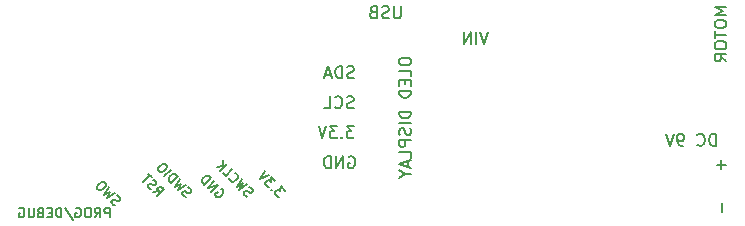
<source format=gbo>
%TF.GenerationSoftware,KiCad,Pcbnew,(5.1.9)-1*%
%TF.CreationDate,2021-05-22T10:51:53+02:00*%
%TF.ProjectId,SPD_DC_MotorHBridge,5350445f-4443-45f4-9d6f-746f72484272,rev?*%
%TF.SameCoordinates,Original*%
%TF.FileFunction,Legend,Bot*%
%TF.FilePolarity,Positive*%
%FSLAX46Y46*%
G04 Gerber Fmt 4.6, Leading zero omitted, Abs format (unit mm)*
G04 Created by KiCad (PCBNEW (5.1.9)-1) date 2021-05-22 10:51:53*
%MOMM*%
%LPD*%
G01*
G04 APERTURE LIST*
%ADD10C,0.150000*%
%ADD11C,2.318000*%
%ADD12O,1.718000X1.718000*%
%ADD13C,1.718000*%
%ADD14C,1.768000*%
%ADD15O,1.018000X1.718000*%
%ADD16C,1.618000*%
%ADD17C,2.018000*%
G04 APERTURE END LIST*
D10*
X17367016Y-18078952D02*
X17259267Y-18025077D01*
X17124580Y-17890390D01*
X17097642Y-17809578D01*
X17097642Y-17755703D01*
X17124580Y-17674891D01*
X17178454Y-17621016D01*
X17259267Y-17594079D01*
X17313141Y-17594079D01*
X17393954Y-17621016D01*
X17528641Y-17701828D01*
X17609453Y-17728766D01*
X17663328Y-17728766D01*
X17744140Y-17701828D01*
X17798015Y-17647954D01*
X17824952Y-17567141D01*
X17824952Y-17513267D01*
X17798015Y-17432454D01*
X17663328Y-17297767D01*
X17555578Y-17243893D01*
X17393954Y-17028393D02*
X16693581Y-17459392D01*
X16989893Y-16947581D01*
X16478082Y-17243893D01*
X16909080Y-16543520D01*
X16585832Y-16220271D02*
X16478082Y-16112522D01*
X16397270Y-16085584D01*
X16289520Y-16085584D01*
X16154833Y-16166397D01*
X15966271Y-16354958D01*
X15885459Y-16489645D01*
X15885459Y-16597395D01*
X15912397Y-16678207D01*
X16020146Y-16785957D01*
X16100958Y-16812894D01*
X16208708Y-16812894D01*
X16343395Y-16732082D01*
X16531957Y-16543520D01*
X16612769Y-16408833D01*
X16612769Y-16301084D01*
X16585832Y-16220271D01*
X48974238Y-3389380D02*
X48640904Y-4389380D01*
X48307571Y-3389380D01*
X47974238Y-4389380D02*
X47974238Y-3389380D01*
X47498047Y-4389380D02*
X47498047Y-3389380D01*
X46926619Y-4389380D01*
X46926619Y-3389380D01*
X41584404Y-1230380D02*
X41584404Y-2039904D01*
X41536785Y-2135142D01*
X41489166Y-2182761D01*
X41393928Y-2230380D01*
X41203452Y-2230380D01*
X41108214Y-2182761D01*
X41060595Y-2135142D01*
X41012976Y-2039904D01*
X41012976Y-1230380D01*
X40584404Y-2182761D02*
X40441547Y-2230380D01*
X40203452Y-2230380D01*
X40108214Y-2182761D01*
X40060595Y-2135142D01*
X40012976Y-2039904D01*
X40012976Y-1944666D01*
X40060595Y-1849428D01*
X40108214Y-1801809D01*
X40203452Y-1754190D01*
X40393928Y-1706571D01*
X40489166Y-1658952D01*
X40536785Y-1611333D01*
X40584404Y-1516095D01*
X40584404Y-1420857D01*
X40536785Y-1325619D01*
X40489166Y-1278000D01*
X40393928Y-1230380D01*
X40155833Y-1230380D01*
X40012976Y-1278000D01*
X39251071Y-1706571D02*
X39108214Y-1754190D01*
X39060595Y-1801809D01*
X39012976Y-1897047D01*
X39012976Y-2039904D01*
X39060595Y-2135142D01*
X39108214Y-2182761D01*
X39203452Y-2230380D01*
X39584404Y-2230380D01*
X39584404Y-1230380D01*
X39251071Y-1230380D01*
X39155833Y-1278000D01*
X39108214Y-1325619D01*
X39060595Y-1420857D01*
X39060595Y-1516095D01*
X39108214Y-1611333D01*
X39155833Y-1658952D01*
X39251071Y-1706571D01*
X39584404Y-1706571D01*
X31777239Y-16832079D02*
X31427053Y-16481893D01*
X31400115Y-16885954D01*
X31319303Y-16805141D01*
X31238491Y-16778204D01*
X31184616Y-16778204D01*
X31103804Y-16805141D01*
X30969117Y-16939828D01*
X30942180Y-17020641D01*
X30942180Y-17074515D01*
X30969117Y-17155328D01*
X31130741Y-17316952D01*
X31211554Y-17343889D01*
X31265428Y-17343889D01*
X30672806Y-16751267D02*
X30618931Y-16751267D01*
X30618931Y-16805141D01*
X30672806Y-16805141D01*
X30672806Y-16751267D01*
X30618931Y-16805141D01*
X30969117Y-16023957D02*
X30618931Y-15673771D01*
X30591993Y-16077832D01*
X30511181Y-15997019D01*
X30430369Y-15970082D01*
X30376494Y-15970082D01*
X30295682Y-15997019D01*
X30160995Y-16131706D01*
X30134058Y-16212519D01*
X30134058Y-16266393D01*
X30160995Y-16347206D01*
X30322619Y-16508830D01*
X30403432Y-16535767D01*
X30457306Y-16535767D01*
X30457306Y-15512146D02*
X29703059Y-15889270D01*
X30080183Y-15135023D01*
X20627874Y-16974085D02*
X21085810Y-16893273D01*
X20951123Y-17297334D02*
X21516809Y-16731648D01*
X21301309Y-16516149D01*
X21220497Y-16489212D01*
X21166622Y-16489212D01*
X21085810Y-16516149D01*
X21004998Y-16596961D01*
X20978061Y-16677774D01*
X20978061Y-16731648D01*
X21004998Y-16812461D01*
X21220497Y-17027960D01*
X20439312Y-16731648D02*
X20331563Y-16677774D01*
X20196876Y-16543087D01*
X20169938Y-16462274D01*
X20169938Y-16408399D01*
X20196876Y-16327587D01*
X20250751Y-16273712D01*
X20331563Y-16246775D01*
X20385438Y-16246775D01*
X20466250Y-16273712D01*
X20600937Y-16354525D01*
X20681749Y-16381462D01*
X20735624Y-16381462D01*
X20816436Y-16354525D01*
X20870311Y-16300650D01*
X20897248Y-16219838D01*
X20897248Y-16165963D01*
X20870311Y-16085151D01*
X20735624Y-15950464D01*
X20627874Y-15896589D01*
X20493187Y-15708027D02*
X20169938Y-15384778D01*
X19765877Y-16112088D02*
X20331563Y-15546403D01*
X23372546Y-17378882D02*
X23264796Y-17325007D01*
X23130109Y-17190320D01*
X23103172Y-17109508D01*
X23103172Y-17055633D01*
X23130109Y-16974821D01*
X23183984Y-16920946D01*
X23264796Y-16894009D01*
X23318671Y-16894009D01*
X23399483Y-16920946D01*
X23534170Y-17001758D01*
X23614983Y-17028696D01*
X23668857Y-17028696D01*
X23749670Y-17001758D01*
X23803544Y-16947883D01*
X23830482Y-16867071D01*
X23830482Y-16813196D01*
X23803544Y-16732384D01*
X23668857Y-16597697D01*
X23561108Y-16543822D01*
X23399483Y-16328323D02*
X22699111Y-16759322D01*
X22995422Y-16247511D01*
X22483612Y-16543822D01*
X22914610Y-15843450D01*
X22133425Y-16193636D02*
X22699111Y-15627951D01*
X22564424Y-15493264D01*
X22456674Y-15439389D01*
X22348925Y-15439389D01*
X22268112Y-15466326D01*
X22133425Y-15547138D01*
X22052613Y-15627951D01*
X21971801Y-15762638D01*
X21944864Y-15843450D01*
X21944864Y-15951199D01*
X21998738Y-16058949D01*
X22133425Y-16193636D01*
X21567740Y-15627951D02*
X22133425Y-15062265D01*
X21756302Y-14685142D02*
X21648552Y-14577392D01*
X21567740Y-14550455D01*
X21459990Y-14550455D01*
X21325303Y-14631267D01*
X21136742Y-14819829D01*
X21055929Y-14954516D01*
X21055929Y-15062265D01*
X21082867Y-15143077D01*
X21190616Y-15250827D01*
X21271429Y-15277764D01*
X21379178Y-15277764D01*
X21513865Y-15196952D01*
X21702427Y-15008390D01*
X21783239Y-14873703D01*
X21783239Y-14765954D01*
X21756302Y-14685142D01*
X26367841Y-16658155D02*
X26448653Y-16685093D01*
X26529465Y-16765905D01*
X26583340Y-16873654D01*
X26583340Y-16981404D01*
X26556402Y-17062216D01*
X26475590Y-17196903D01*
X26394778Y-17277715D01*
X26260091Y-17358528D01*
X26179279Y-17385465D01*
X26071529Y-17385465D01*
X25963780Y-17331590D01*
X25909905Y-17277715D01*
X25856030Y-17169966D01*
X25856030Y-17116091D01*
X26044592Y-16927529D01*
X26152341Y-17035279D01*
X25559719Y-16927529D02*
X26125404Y-16361844D01*
X25236470Y-16604280D01*
X25802155Y-16038595D01*
X24967096Y-16334906D02*
X25532781Y-15769221D01*
X25398094Y-15634534D01*
X25290345Y-15580659D01*
X25182595Y-15580659D01*
X25101783Y-15607597D01*
X24967096Y-15688409D01*
X24886284Y-15769221D01*
X24805471Y-15903908D01*
X24778534Y-15984720D01*
X24778534Y-16092470D01*
X24832409Y-16200219D01*
X24967096Y-16334906D01*
X28584158Y-17358094D02*
X28476409Y-17304219D01*
X28341722Y-17169532D01*
X28314784Y-17088720D01*
X28314784Y-17034845D01*
X28341722Y-16954033D01*
X28395596Y-16900158D01*
X28476409Y-16873221D01*
X28530283Y-16873221D01*
X28611096Y-16900158D01*
X28745783Y-16980970D01*
X28826595Y-17007908D01*
X28880470Y-17007908D01*
X28961282Y-16980970D01*
X29015157Y-16927096D01*
X29042094Y-16846283D01*
X29042094Y-16792409D01*
X29015157Y-16711596D01*
X28880470Y-16576909D01*
X28772720Y-16523035D01*
X28611096Y-16307535D02*
X27910723Y-16738534D01*
X28207035Y-16226723D01*
X27695224Y-16523035D01*
X28126222Y-15822662D01*
X27075664Y-15795725D02*
X27075664Y-15849600D01*
X27129538Y-15957349D01*
X27183413Y-16011224D01*
X27291163Y-16065099D01*
X27398912Y-16065099D01*
X27479725Y-16038161D01*
X27614412Y-15957349D01*
X27695224Y-15876537D01*
X27776036Y-15741850D01*
X27802974Y-15661038D01*
X27802974Y-15553288D01*
X27749099Y-15445538D01*
X27695224Y-15391664D01*
X27587474Y-15337789D01*
X27533600Y-15337789D01*
X26509978Y-15337789D02*
X26779352Y-15607163D01*
X27345038Y-15041477D01*
X26321416Y-15149227D02*
X26887102Y-14583542D01*
X25998168Y-14825978D02*
X26563853Y-14745166D01*
X26563853Y-14260293D02*
X26563853Y-14906790D01*
X16934971Y-19107104D02*
X16934971Y-18307104D01*
X16630209Y-18307104D01*
X16554019Y-18345200D01*
X16515923Y-18383295D01*
X16477828Y-18459485D01*
X16477828Y-18573771D01*
X16515923Y-18649961D01*
X16554019Y-18688057D01*
X16630209Y-18726152D01*
X16934971Y-18726152D01*
X15677828Y-19107104D02*
X15944495Y-18726152D01*
X16134971Y-19107104D02*
X16134971Y-18307104D01*
X15830209Y-18307104D01*
X15754019Y-18345200D01*
X15715923Y-18383295D01*
X15677828Y-18459485D01*
X15677828Y-18573771D01*
X15715923Y-18649961D01*
X15754019Y-18688057D01*
X15830209Y-18726152D01*
X16134971Y-18726152D01*
X15182590Y-18307104D02*
X15030209Y-18307104D01*
X14954019Y-18345200D01*
X14877828Y-18421390D01*
X14839733Y-18573771D01*
X14839733Y-18840438D01*
X14877828Y-18992819D01*
X14954019Y-19069009D01*
X15030209Y-19107104D01*
X15182590Y-19107104D01*
X15258780Y-19069009D01*
X15334971Y-18992819D01*
X15373066Y-18840438D01*
X15373066Y-18573771D01*
X15334971Y-18421390D01*
X15258780Y-18345200D01*
X15182590Y-18307104D01*
X14077828Y-18345200D02*
X14154019Y-18307104D01*
X14268304Y-18307104D01*
X14382590Y-18345200D01*
X14458780Y-18421390D01*
X14496876Y-18497580D01*
X14534971Y-18649961D01*
X14534971Y-18764247D01*
X14496876Y-18916628D01*
X14458780Y-18992819D01*
X14382590Y-19069009D01*
X14268304Y-19107104D01*
X14192114Y-19107104D01*
X14077828Y-19069009D01*
X14039733Y-19030914D01*
X14039733Y-18764247D01*
X14192114Y-18764247D01*
X13125447Y-18269009D02*
X13811161Y-19297580D01*
X12858780Y-19107104D02*
X12858780Y-18307104D01*
X12668304Y-18307104D01*
X12554019Y-18345200D01*
X12477828Y-18421390D01*
X12439733Y-18497580D01*
X12401638Y-18649961D01*
X12401638Y-18764247D01*
X12439733Y-18916628D01*
X12477828Y-18992819D01*
X12554019Y-19069009D01*
X12668304Y-19107104D01*
X12858780Y-19107104D01*
X12058780Y-18688057D02*
X11792114Y-18688057D01*
X11677828Y-19107104D02*
X12058780Y-19107104D01*
X12058780Y-18307104D01*
X11677828Y-18307104D01*
X11068304Y-18688057D02*
X10954019Y-18726152D01*
X10915923Y-18764247D01*
X10877828Y-18840438D01*
X10877828Y-18954723D01*
X10915923Y-19030914D01*
X10954019Y-19069009D01*
X11030209Y-19107104D01*
X11334971Y-19107104D01*
X11334971Y-18307104D01*
X11068304Y-18307104D01*
X10992114Y-18345200D01*
X10954019Y-18383295D01*
X10915923Y-18459485D01*
X10915923Y-18535676D01*
X10954019Y-18611866D01*
X10992114Y-18649961D01*
X11068304Y-18688057D01*
X11334971Y-18688057D01*
X10534971Y-18307104D02*
X10534971Y-18954723D01*
X10496876Y-19030914D01*
X10458780Y-19069009D01*
X10382590Y-19107104D01*
X10230209Y-19107104D01*
X10154019Y-19069009D01*
X10115923Y-19030914D01*
X10077828Y-18954723D01*
X10077828Y-18307104D01*
X9277828Y-18345200D02*
X9354019Y-18307104D01*
X9468304Y-18307104D01*
X9582590Y-18345200D01*
X9658780Y-18421390D01*
X9696876Y-18497580D01*
X9734971Y-18649961D01*
X9734971Y-18764247D01*
X9696876Y-18916628D01*
X9658780Y-18992819D01*
X9582590Y-19069009D01*
X9468304Y-19107104D01*
X9392114Y-19107104D01*
X9277828Y-19069009D01*
X9239733Y-19030914D01*
X9239733Y-18764247D01*
X9392114Y-18764247D01*
X41463980Y-5807676D02*
X41463980Y-5998152D01*
X41511600Y-6093390D01*
X41606838Y-6188628D01*
X41797314Y-6236247D01*
X42130647Y-6236247D01*
X42321123Y-6188628D01*
X42416361Y-6093390D01*
X42463980Y-5998152D01*
X42463980Y-5807676D01*
X42416361Y-5712438D01*
X42321123Y-5617200D01*
X42130647Y-5569580D01*
X41797314Y-5569580D01*
X41606838Y-5617200D01*
X41511600Y-5712438D01*
X41463980Y-5807676D01*
X42463980Y-7141009D02*
X42463980Y-6664819D01*
X41463980Y-6664819D01*
X41940171Y-7474342D02*
X41940171Y-7807676D01*
X42463980Y-7950533D02*
X42463980Y-7474342D01*
X41463980Y-7474342D01*
X41463980Y-7950533D01*
X42463980Y-8379104D02*
X41463980Y-8379104D01*
X41463980Y-8617200D01*
X41511600Y-8760057D01*
X41606838Y-8855295D01*
X41702076Y-8902914D01*
X41892552Y-8950533D01*
X42035409Y-8950533D01*
X42225885Y-8902914D01*
X42321123Y-8855295D01*
X42416361Y-8760057D01*
X42463980Y-8617200D01*
X42463980Y-8379104D01*
X42463980Y-10141009D02*
X41463980Y-10141009D01*
X41463980Y-10379104D01*
X41511600Y-10521961D01*
X41606838Y-10617200D01*
X41702076Y-10664819D01*
X41892552Y-10712438D01*
X42035409Y-10712438D01*
X42225885Y-10664819D01*
X42321123Y-10617200D01*
X42416361Y-10521961D01*
X42463980Y-10379104D01*
X42463980Y-10141009D01*
X42463980Y-11141009D02*
X41463980Y-11141009D01*
X42416361Y-11569580D02*
X42463980Y-11712438D01*
X42463980Y-11950533D01*
X42416361Y-12045771D01*
X42368742Y-12093390D01*
X42273504Y-12141009D01*
X42178266Y-12141009D01*
X42083028Y-12093390D01*
X42035409Y-12045771D01*
X41987790Y-11950533D01*
X41940171Y-11760057D01*
X41892552Y-11664819D01*
X41844933Y-11617200D01*
X41749695Y-11569580D01*
X41654457Y-11569580D01*
X41559219Y-11617200D01*
X41511600Y-11664819D01*
X41463980Y-11760057D01*
X41463980Y-11998152D01*
X41511600Y-12141009D01*
X42463980Y-12569580D02*
X41463980Y-12569580D01*
X41463980Y-12950533D01*
X41511600Y-13045771D01*
X41559219Y-13093390D01*
X41654457Y-13141009D01*
X41797314Y-13141009D01*
X41892552Y-13093390D01*
X41940171Y-13045771D01*
X41987790Y-12950533D01*
X41987790Y-12569580D01*
X42463980Y-14045771D02*
X42463980Y-13569580D01*
X41463980Y-13569580D01*
X42178266Y-14331485D02*
X42178266Y-14807676D01*
X42463980Y-14236247D02*
X41463980Y-14569580D01*
X42463980Y-14902914D01*
X41987790Y-15426723D02*
X42463980Y-15426723D01*
X41463980Y-15093390D02*
X41987790Y-15426723D01*
X41463980Y-15760057D01*
X37172804Y-13978000D02*
X37268042Y-13930380D01*
X37410900Y-13930380D01*
X37553757Y-13978000D01*
X37648995Y-14073238D01*
X37696614Y-14168476D01*
X37744233Y-14358952D01*
X37744233Y-14501809D01*
X37696614Y-14692285D01*
X37648995Y-14787523D01*
X37553757Y-14882761D01*
X37410900Y-14930380D01*
X37315661Y-14930380D01*
X37172804Y-14882761D01*
X37125185Y-14835142D01*
X37125185Y-14501809D01*
X37315661Y-14501809D01*
X36696614Y-14930380D02*
X36696614Y-13930380D01*
X36125185Y-14930380D01*
X36125185Y-13930380D01*
X35648995Y-14930380D02*
X35648995Y-13930380D01*
X35410900Y-13930380D01*
X35268042Y-13978000D01*
X35172804Y-14073238D01*
X35125185Y-14168476D01*
X35077566Y-14358952D01*
X35077566Y-14501809D01*
X35125185Y-14692285D01*
X35172804Y-14787523D01*
X35268042Y-14882761D01*
X35410900Y-14930380D01*
X35648995Y-14930380D01*
X37633090Y-11390380D02*
X37014042Y-11390380D01*
X37347376Y-11771333D01*
X37204519Y-11771333D01*
X37109280Y-11818952D01*
X37061661Y-11866571D01*
X37014042Y-11961809D01*
X37014042Y-12199904D01*
X37061661Y-12295142D01*
X37109280Y-12342761D01*
X37204519Y-12390380D01*
X37490233Y-12390380D01*
X37585471Y-12342761D01*
X37633090Y-12295142D01*
X36585471Y-12295142D02*
X36537852Y-12342761D01*
X36585471Y-12390380D01*
X36633090Y-12342761D01*
X36585471Y-12295142D01*
X36585471Y-12390380D01*
X36204519Y-11390380D02*
X35585471Y-11390380D01*
X35918804Y-11771333D01*
X35775947Y-11771333D01*
X35680709Y-11818952D01*
X35633090Y-11866571D01*
X35585471Y-11961809D01*
X35585471Y-12199904D01*
X35633090Y-12295142D01*
X35680709Y-12342761D01*
X35775947Y-12390380D01*
X36061661Y-12390380D01*
X36156900Y-12342761D01*
X36204519Y-12295142D01*
X35299757Y-11390380D02*
X34966423Y-12390380D01*
X34633090Y-11390380D01*
X37601376Y-9802761D02*
X37458519Y-9850380D01*
X37220423Y-9850380D01*
X37125185Y-9802761D01*
X37077566Y-9755142D01*
X37029947Y-9659904D01*
X37029947Y-9564666D01*
X37077566Y-9469428D01*
X37125185Y-9421809D01*
X37220423Y-9374190D01*
X37410900Y-9326571D01*
X37506138Y-9278952D01*
X37553757Y-9231333D01*
X37601376Y-9136095D01*
X37601376Y-9040857D01*
X37553757Y-8945619D01*
X37506138Y-8898000D01*
X37410900Y-8850380D01*
X37172804Y-8850380D01*
X37029947Y-8898000D01*
X36029947Y-9755142D02*
X36077566Y-9802761D01*
X36220423Y-9850380D01*
X36315661Y-9850380D01*
X36458519Y-9802761D01*
X36553757Y-9707523D01*
X36601376Y-9612285D01*
X36648995Y-9421809D01*
X36648995Y-9278952D01*
X36601376Y-9088476D01*
X36553757Y-8993238D01*
X36458519Y-8898000D01*
X36315661Y-8850380D01*
X36220423Y-8850380D01*
X36077566Y-8898000D01*
X36029947Y-8945619D01*
X35125185Y-9850380D02*
X35601376Y-9850380D01*
X35601376Y-8850380D01*
X37625185Y-7262761D02*
X37482328Y-7310380D01*
X37244233Y-7310380D01*
X37148995Y-7262761D01*
X37101376Y-7215142D01*
X37053757Y-7119904D01*
X37053757Y-7024666D01*
X37101376Y-6929428D01*
X37148995Y-6881809D01*
X37244233Y-6834190D01*
X37434709Y-6786571D01*
X37529947Y-6738952D01*
X37577566Y-6691333D01*
X37625185Y-6596095D01*
X37625185Y-6500857D01*
X37577566Y-6405619D01*
X37529947Y-6358000D01*
X37434709Y-6310380D01*
X37196614Y-6310380D01*
X37053757Y-6358000D01*
X36625185Y-7310380D02*
X36625185Y-6310380D01*
X36387090Y-6310380D01*
X36244233Y-6358000D01*
X36148995Y-6453238D01*
X36101376Y-6548476D01*
X36053757Y-6738952D01*
X36053757Y-6881809D01*
X36101376Y-7072285D01*
X36148995Y-7167523D01*
X36244233Y-7262761D01*
X36387090Y-7310380D01*
X36625185Y-7310380D01*
X35672804Y-7024666D02*
X35196614Y-7024666D01*
X35768042Y-7310380D02*
X35434709Y-6310380D01*
X35101376Y-7310380D01*
X69159380Y-1294095D02*
X68159380Y-1294095D01*
X68873666Y-1627428D01*
X68159380Y-1960761D01*
X69159380Y-1960761D01*
X68159380Y-2627428D02*
X68159380Y-2817904D01*
X68207000Y-2913142D01*
X68302238Y-3008380D01*
X68492714Y-3056000D01*
X68826047Y-3056000D01*
X69016523Y-3008380D01*
X69111761Y-2913142D01*
X69159380Y-2817904D01*
X69159380Y-2627428D01*
X69111761Y-2532190D01*
X69016523Y-2436952D01*
X68826047Y-2389333D01*
X68492714Y-2389333D01*
X68302238Y-2436952D01*
X68207000Y-2532190D01*
X68159380Y-2627428D01*
X68159380Y-3341714D02*
X68159380Y-3913142D01*
X69159380Y-3627428D02*
X68159380Y-3627428D01*
X68159380Y-4436952D02*
X68159380Y-4627428D01*
X68207000Y-4722666D01*
X68302238Y-4817904D01*
X68492714Y-4865523D01*
X68826047Y-4865523D01*
X69016523Y-4817904D01*
X69111761Y-4722666D01*
X69159380Y-4627428D01*
X69159380Y-4436952D01*
X69111761Y-4341714D01*
X69016523Y-4246476D01*
X68826047Y-4198857D01*
X68492714Y-4198857D01*
X68302238Y-4246476D01*
X68207000Y-4341714D01*
X68159380Y-4436952D01*
X69159380Y-5865523D02*
X68683190Y-5532190D01*
X69159380Y-5294095D02*
X68159380Y-5294095D01*
X68159380Y-5675047D01*
X68207000Y-5770285D01*
X68254619Y-5817904D01*
X68349857Y-5865523D01*
X68492714Y-5865523D01*
X68587952Y-5817904D01*
X68635571Y-5770285D01*
X68683190Y-5675047D01*
X68683190Y-5294095D01*
X68278119Y-13025380D02*
X68278119Y-12025380D01*
X68040023Y-12025380D01*
X67897166Y-12073000D01*
X67801928Y-12168238D01*
X67754309Y-12263476D01*
X67706690Y-12453952D01*
X67706690Y-12596809D01*
X67754309Y-12787285D01*
X67801928Y-12882523D01*
X67897166Y-12977761D01*
X68040023Y-13025380D01*
X68278119Y-13025380D01*
X66706690Y-12930142D02*
X66754309Y-12977761D01*
X66897166Y-13025380D01*
X66992404Y-13025380D01*
X67135261Y-12977761D01*
X67230500Y-12882523D01*
X67278119Y-12787285D01*
X67325738Y-12596809D01*
X67325738Y-12453952D01*
X67278119Y-12263476D01*
X67230500Y-12168238D01*
X67135261Y-12073000D01*
X66992404Y-12025380D01*
X66897166Y-12025380D01*
X66754309Y-12073000D01*
X66706690Y-12120619D01*
X65468595Y-13025380D02*
X65278119Y-13025380D01*
X65182880Y-12977761D01*
X65135261Y-12930142D01*
X65040023Y-12787285D01*
X64992404Y-12596809D01*
X64992404Y-12215857D01*
X65040023Y-12120619D01*
X65087642Y-12073000D01*
X65182880Y-12025380D01*
X65373357Y-12025380D01*
X65468595Y-12073000D01*
X65516214Y-12120619D01*
X65563833Y-12215857D01*
X65563833Y-12453952D01*
X65516214Y-12549190D01*
X65468595Y-12596809D01*
X65373357Y-12644428D01*
X65182880Y-12644428D01*
X65087642Y-12596809D01*
X65040023Y-12549190D01*
X64992404Y-12453952D01*
X64706690Y-12025380D02*
X64373357Y-13025380D01*
X64040023Y-12025380D01*
X68803828Y-17907047D02*
X68803828Y-18668952D01*
X69113352Y-14651028D02*
X68351447Y-14651028D01*
X68732400Y-15031980D02*
X68732400Y-14270076D01*
%LPC*%
D11*
%TO.C,J1*%
X66294000Y-2215000D03*
X66294000Y-5715000D03*
%TD*%
D12*
%TO.C,J4*%
X18542000Y-18491200D03*
X21082000Y-18491200D03*
X23622000Y-18491200D03*
X26162000Y-18491200D03*
X28702000Y-18491200D03*
D13*
X31242000Y-18491200D03*
%TD*%
D14*
%TO.C,VM1*%
X12242800Y-6096000D03*
%TD*%
%TO.C,T1*%
X16052800Y-14427200D03*
%TD*%
%TO.C,T0*%
X17983200Y-16154400D03*
%TD*%
%TO.C,MP3*%
X42367200Y-18338800D03*
%TD*%
%TO.C,MP2*%
X39624000Y-18351500D03*
%TD*%
%TO.C,IM1*%
X18186400Y-6096000D03*
%TD*%
%TO.C,MP1*%
X47853600Y-2184400D03*
%TD*%
D15*
%TO.C,J5*%
X36893500Y-1397000D03*
X43493500Y-1397000D03*
%TD*%
D11*
%TO.C,J2*%
X66294000Y-14788000D03*
X66294000Y-18288000D03*
%TD*%
D12*
%TO.C,J3*%
X39522400Y-6858000D03*
X39522400Y-9398000D03*
X39522400Y-11938000D03*
D13*
X39522400Y-14478000D03*
%TD*%
D16*
%TO.C,C3*%
X48056800Y-16357600D03*
X45556800Y-16357600D03*
%TD*%
D17*
%TO.C,BZ1*%
X3068000Y-13589000D03*
G36*
G01*
X11677000Y-12589000D02*
X11677000Y-14589000D01*
G75*
G02*
X11668000Y-14598000I-9000J0D01*
G01*
X9668000Y-14598000D01*
G75*
G02*
X9659000Y-14589000I0J9000D01*
G01*
X9659000Y-12589000D01*
G75*
G02*
X9668000Y-12580000I9000J0D01*
G01*
X11668000Y-12580000D01*
G75*
G02*
X11677000Y-12589000I0J-9000D01*
G01*
G37*
%TD*%
M02*

</source>
